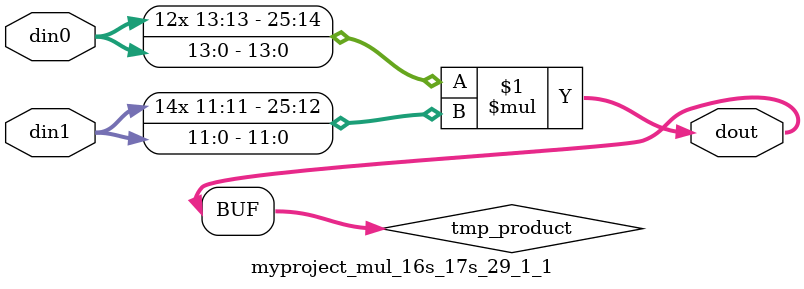
<source format=v>

`timescale 1 ns / 1 ps

  module myproject_mul_16s_17s_29_1_1(din0, din1, dout);
parameter ID = 1;
parameter NUM_STAGE = 0;
parameter din0_WIDTH = 14;
parameter din1_WIDTH = 12;
parameter dout_WIDTH = 26;

input [din0_WIDTH - 1 : 0] din0; 
input [din1_WIDTH - 1 : 0] din1; 
output [dout_WIDTH - 1 : 0] dout;

wire signed [dout_WIDTH - 1 : 0] tmp_product;













assign tmp_product = $signed(din0) * $signed(din1);








assign dout = tmp_product;







endmodule

</source>
